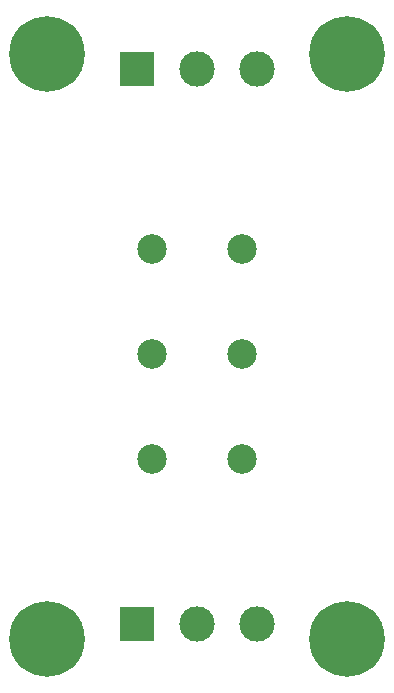
<source format=gbr>
G04 #@! TF.GenerationSoftware,KiCad,Pcbnew,(5.1.4-0-10_14)*
G04 #@! TF.CreationDate,2019-09-21T10:22:50-07:00*
G04 #@! TF.ProjectId,9A_9AJ_Heater_Helper,39415f39-414a-45f4-9865-617465725f48,1.0*
G04 #@! TF.SameCoordinates,Original*
G04 #@! TF.FileFunction,Copper,L2,Bot*
G04 #@! TF.FilePolarity,Positive*
%FSLAX46Y46*%
G04 Gerber Fmt 4.6, Leading zero omitted, Abs format (unit mm)*
G04 Created by KiCad (PCBNEW (5.1.4-0-10_14)) date 2019-09-21 10:22:50*
%MOMM*%
%LPD*%
G04 APERTURE LIST*
%ADD10C,2.500000*%
%ADD11C,6.400000*%
%ADD12C,3.000000*%
%ADD13R,3.000000X3.000000*%
G04 APERTURE END LIST*
D10*
X138430000Y-88900000D03*
X146050000Y-88900000D03*
X138430000Y-97790000D03*
X146050000Y-97790000D03*
X138430000Y-106680000D03*
X146050000Y-106680000D03*
D11*
X129540000Y-121920000D03*
X129540000Y-72390000D03*
X154940000Y-121920000D03*
X154940000Y-72390000D03*
D12*
X147320000Y-73660000D03*
X142240000Y-73660000D03*
D13*
X137160000Y-73660000D03*
X137160000Y-120650000D03*
D12*
X142240000Y-120650000D03*
X147320000Y-120650000D03*
M02*

</source>
